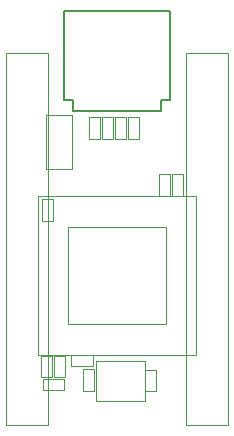
<source format=gbr>
G04 #@! TF.GenerationSoftware,KiCad,Pcbnew,(5.1.7)-1*
G04 #@! TF.CreationDate,2021-03-17T14:13:32-05:00*
G04 #@! TF.ProjectId,keyboard,6b657962-6f61-4726-942e-6b696361645f,rev?*
G04 #@! TF.SameCoordinates,Original*
G04 #@! TF.FileFunction,Other,User*
%FSLAX46Y46*%
G04 Gerber Fmt 4.6, Leading zero omitted, Abs format (unit mm)*
G04 Created by KiCad (PCBNEW (5.1.7)-1) date 2021-03-17 14:13:32*
%MOMM*%
%LPD*%
G01*
G04 APERTURE LIST*
%ADD10C,0.050000*%
%ADD11C,0.150000*%
G04 APERTURE END LIST*
D10*
X325420000Y-189270000D02*
X321870000Y-189270000D01*
X321870000Y-189270000D02*
X321870000Y-157770000D01*
X321870000Y-157770000D02*
X325420000Y-157770000D01*
X325420000Y-157770000D02*
X325420000Y-189270000D01*
X309277500Y-169877500D02*
X309277500Y-183277500D01*
X322677500Y-169877500D02*
X322677500Y-183277500D01*
X309277500Y-169877500D02*
X322677500Y-169877500D01*
X309277500Y-183277500D02*
X322677500Y-183277500D01*
X316760000Y-164990000D02*
X315840000Y-164990000D01*
X315840000Y-164990000D02*
X315840000Y-163170000D01*
X315840000Y-163170000D02*
X316760000Y-163170000D01*
X316760000Y-163170000D02*
X316760000Y-164990000D01*
X320640000Y-168010000D02*
X321560000Y-168010000D01*
X321560000Y-168010000D02*
X321560000Y-169830000D01*
X321560000Y-169830000D02*
X320640000Y-169830000D01*
X320640000Y-169830000D02*
X320640000Y-168010000D01*
X314560000Y-164990000D02*
X313640000Y-164990000D01*
X313640000Y-164990000D02*
X313640000Y-163170000D01*
X313640000Y-163170000D02*
X314560000Y-163170000D01*
X314560000Y-163170000D02*
X314560000Y-164990000D01*
X315660000Y-164990000D02*
X314740000Y-164990000D01*
X314740000Y-164990000D02*
X314740000Y-163170000D01*
X314740000Y-163170000D02*
X315660000Y-163170000D01*
X315660000Y-163170000D02*
X315660000Y-164990000D01*
X317860000Y-164990000D02*
X316940000Y-164990000D01*
X316940000Y-164990000D02*
X316940000Y-163170000D01*
X316940000Y-163170000D02*
X317860000Y-163170000D01*
X317860000Y-163170000D02*
X317860000Y-164990000D01*
X309690000Y-186260000D02*
X309690000Y-185340000D01*
X309690000Y-185340000D02*
X311510000Y-185340000D01*
X311510000Y-185340000D02*
X311510000Y-186260000D01*
X311510000Y-186260000D02*
X309690000Y-186260000D01*
X309540000Y-183370000D02*
X310460000Y-183370000D01*
X310460000Y-183370000D02*
X310460000Y-185190000D01*
X310460000Y-185190000D02*
X309540000Y-185190000D01*
X309540000Y-185190000D02*
X309540000Y-183370000D01*
X310560000Y-171930000D02*
X309640000Y-171930000D01*
X309640000Y-171930000D02*
X309640000Y-170110000D01*
X309640000Y-170110000D02*
X310560000Y-170110000D01*
X310560000Y-170110000D02*
X310560000Y-171930000D01*
X313930000Y-183340000D02*
X313930000Y-184260000D01*
X313930000Y-184260000D02*
X312110000Y-184260000D01*
X312110000Y-184260000D02*
X312110000Y-183340000D01*
X312110000Y-183340000D02*
X313930000Y-183340000D01*
X320460000Y-169830000D02*
X319540000Y-169830000D01*
X319540000Y-169830000D02*
X319540000Y-168010000D01*
X319540000Y-168010000D02*
X320460000Y-168010000D01*
X320460000Y-168010000D02*
X320460000Y-169830000D01*
X310640000Y-183370000D02*
X311560000Y-183370000D01*
X311560000Y-183370000D02*
X311560000Y-185190000D01*
X311560000Y-185190000D02*
X310640000Y-185190000D01*
X310640000Y-185190000D02*
X310640000Y-183370000D01*
X314010000Y-186340000D02*
X313090000Y-186340000D01*
X313090000Y-186340000D02*
X313090000Y-184520000D01*
X313090000Y-184520000D02*
X314010000Y-184520000D01*
X314010000Y-184520000D02*
X314010000Y-186340000D01*
X318340000Y-184550000D02*
X319260000Y-184550000D01*
X319260000Y-184550000D02*
X319260000Y-186370000D01*
X319260000Y-186370000D02*
X318340000Y-186370000D01*
X318340000Y-186370000D02*
X318340000Y-184550000D01*
X311857500Y-172457500D02*
X311857500Y-180697500D01*
X311857500Y-180697500D02*
X320097500Y-180697500D01*
X320097500Y-180697500D02*
X320097500Y-172457500D01*
X320097500Y-172457500D02*
X311857500Y-172457500D01*
X318370000Y-187190000D02*
X318370000Y-183790000D01*
X318370000Y-183790000D02*
X314170000Y-183790000D01*
X314170000Y-183790000D02*
X314170000Y-187190000D01*
X314170000Y-187190000D02*
X318370000Y-187190000D01*
D11*
X320500000Y-161700000D02*
X319750000Y-161700000D01*
X312250000Y-161700000D02*
X311500000Y-161700000D01*
X311500000Y-161700000D02*
X311500000Y-154200000D01*
X311500000Y-154200000D02*
X320500000Y-154200000D01*
X320500000Y-154200000D02*
X320500000Y-161700000D01*
X319750000Y-161700000D02*
X319750000Y-162700000D01*
X319750000Y-162700000D02*
X312250000Y-162700000D01*
X312250000Y-162700000D02*
X312250000Y-161700000D01*
D10*
X306580000Y-157730000D02*
X310130000Y-157730000D01*
X310130000Y-157730000D02*
X310130000Y-189230000D01*
X310130000Y-189230000D02*
X306580000Y-189230000D01*
X306580000Y-189230000D02*
X306580000Y-157730000D01*
X312220000Y-167580000D02*
X309980000Y-167580000D01*
X309980000Y-167580000D02*
X309980000Y-163020000D01*
X309980000Y-163020000D02*
X312220000Y-163020000D01*
X312220000Y-163020000D02*
X312220000Y-167580000D01*
M02*

</source>
